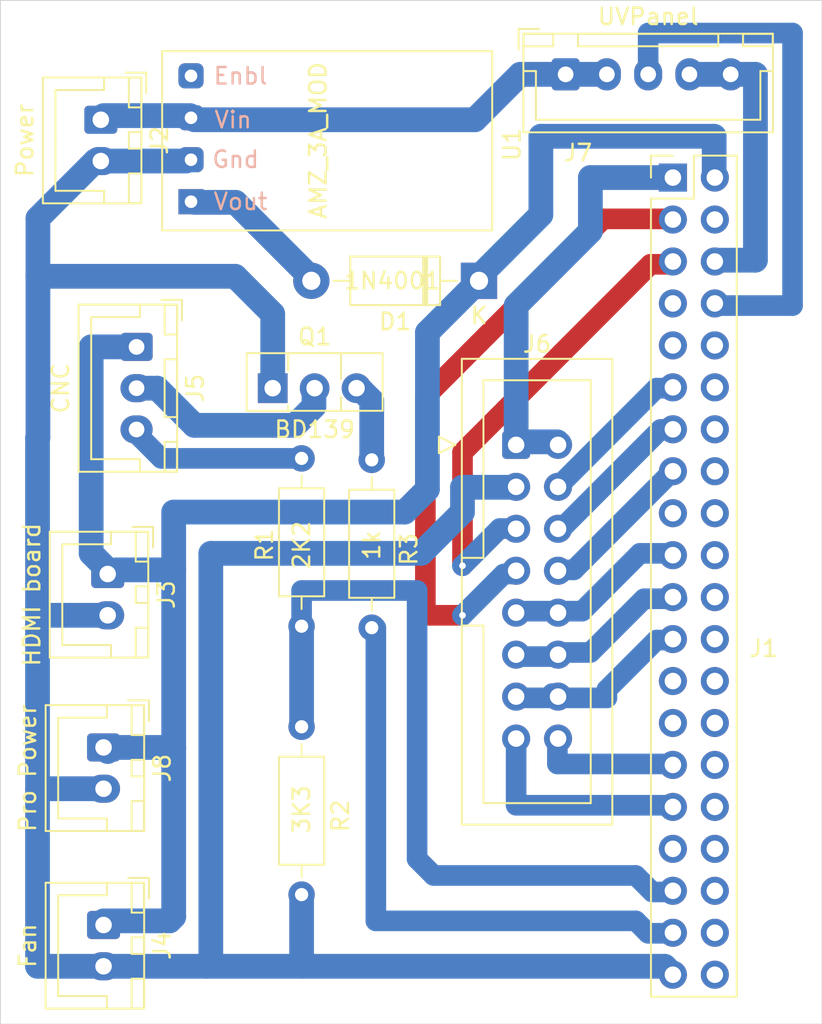
<source format=kicad_pcb>
(kicad_pcb (version 20171130) (host pcbnew "(5.1.8-0-10_14)")

  (general
    (thickness 1.6)
    (drawings 4)
    (tracks 131)
    (zones 0)
    (modules 14)
    (nets 46)
  )

  (page USLetter portrait)
  (layers
    (0 F.Cu signal)
    (31 B.Cu signal)
    (32 B.Adhes user hide)
    (33 F.Adhes user hide)
    (34 B.Paste user hide)
    (35 F.Paste user hide)
    (36 B.SilkS user hide)
    (37 F.SilkS user)
    (38 B.Mask user hide)
    (39 F.Mask user hide)
    (40 Dwgs.User user hide)
    (41 Cmts.User user hide)
    (42 Eco1.User user hide)
    (43 Eco2.User user hide)
    (44 Edge.Cuts user)
    (45 Margin user hide)
    (46 B.CrtYd user hide)
    (47 F.CrtYd user)
    (48 B.Fab user hide)
    (49 F.Fab user)
  )

  (setup
    (last_trace_width 1.25)
    (user_trace_width 0.5)
    (user_trace_width 1)
    (user_trace_width 1.5)
    (user_trace_width 2)
    (trace_clearance 0.25)
    (zone_clearance 0.508)
    (zone_45_only no)
    (trace_min 0.2)
    (via_size 0.8)
    (via_drill 0.4)
    (via_min_size 0.4)
    (via_min_drill 0.3)
    (uvia_size 0.3)
    (uvia_drill 0.1)
    (uvias_allowed no)
    (uvia_min_size 0.2)
    (uvia_min_drill 0.1)
    (edge_width 0.05)
    (segment_width 0.2)
    (pcb_text_width 0.3)
    (pcb_text_size 1.5 1.5)
    (mod_edge_width 0.12)
    (mod_text_size 1 1)
    (mod_text_width 0.15)
    (pad_size 1.7 1.7)
    (pad_drill 1)
    (pad_to_mask_clearance 0)
    (aux_axis_origin 10.16 72.136)
    (grid_origin 10.16 72.136)
    (visible_elements FFFEF97F)
    (pcbplotparams
      (layerselection 0x010f0_ffffffff)
      (usegerberextensions false)
      (usegerberattributes true)
      (usegerberadvancedattributes true)
      (creategerberjobfile false)
      (excludeedgelayer true)
      (linewidth 0.100000)
      (plotframeref false)
      (viasonmask false)
      (mode 1)
      (useauxorigin true)
      (hpglpennumber 1)
      (hpglpenspeed 20)
      (hpglpendiameter 15.000000)
      (psnegative false)
      (psa4output false)
      (plotreference true)
      (plotvalue true)
      (plotinvisibletext false)
      (padsonsilk false)
      (subtractmaskfromsilk false)
      (outputformat 1)
      (mirror false)
      (drillshape 0)
      (scaleselection 1)
      (outputdirectory "CAM/"))
  )

  (net 0 "")
  (net 1 GND)
  (net 2 +5V)
  (net 3 "Net-(J1-Pad40)")
  (net 4 "Net-(J1-Pad38)")
  (net 5 "Net-(J1-Pad36)")
  (net 6 "Net-(J1-Pad28)")
  (net 7 "Net-(J1-Pad27)")
  (net 8 "Net-(J1-Pad26)")
  (net 9 "Net-(J1-Pad24)")
  (net 10 "Net-(J1-Pad22)")
  (net 11 "Net-(J1-Pad18)")
  (net 12 "Net-(J1-Pad16)")
  (net 13 "Net-(J1-Pad12)")
  (net 14 "Net-(J1-Pad10)")
  (net 15 "Net-(J1-Pad7)")
  (net 16 "Net-(D1-Pad2)")
  (net 17 "Net-(J1-Pad33)")
  (net 18 "Net-(J1-Pad32)")
  (net 19 "Net-(Q1-Pad3)")
  (net 20 "Net-(U1-Pad4)")
  (net 21 "Net-(J1-Pad34)")
  (net 22 "Net-(J1-Pad30)")
  (net 23 "Net-(J1-Pad20)")
  (net 24 "Net-(J1-Pad14)")
  (net 25 "Net-(J1-Pad17)")
  (net 26 "Net-(J1-Pad4)")
  (net 27 SLCK)
  (net 28 MOSI)
  (net 29 MISO)
  (net 30 T_IRQ)
  (net 31 RESET)
  (net 32 DC)
  (net 33 CS)
  (net 34 +3V3)
  (net 35 T_CS)
  (net 36 "Net-(J1-Pad25)")
  (net 37 "Net-(J1-Pad9)")
  (net 38 LaserControl)
  (net 39 UVControl)
  (net 40 ZProbe3V3)
  (net 41 SCL)
  (net 42 SDA)
  (net 43 +24V)
  (net 44 ZProbeIn)
  (net 45 LaserGnd)

  (net_class Default "This is the default net class."
    (clearance 0.25)
    (trace_width 1.25)
    (via_dia 0.8)
    (via_drill 0.4)
    (uvia_dia 0.3)
    (uvia_drill 0.1)
    (add_net +24V)
    (add_net +3V3)
    (add_net +5V)
    (add_net CS)
    (add_net DC)
    (add_net GND)
    (add_net LaserControl)
    (add_net LaserGnd)
    (add_net MISO)
    (add_net MOSI)
    (add_net "Net-(D1-Pad2)")
    (add_net "Net-(J1-Pad10)")
    (add_net "Net-(J1-Pad12)")
    (add_net "Net-(J1-Pad14)")
    (add_net "Net-(J1-Pad16)")
    (add_net "Net-(J1-Pad17)")
    (add_net "Net-(J1-Pad18)")
    (add_net "Net-(J1-Pad20)")
    (add_net "Net-(J1-Pad22)")
    (add_net "Net-(J1-Pad24)")
    (add_net "Net-(J1-Pad25)")
    (add_net "Net-(J1-Pad26)")
    (add_net "Net-(J1-Pad27)")
    (add_net "Net-(J1-Pad28)")
    (add_net "Net-(J1-Pad30)")
    (add_net "Net-(J1-Pad32)")
    (add_net "Net-(J1-Pad33)")
    (add_net "Net-(J1-Pad34)")
    (add_net "Net-(J1-Pad36)")
    (add_net "Net-(J1-Pad38)")
    (add_net "Net-(J1-Pad4)")
    (add_net "Net-(J1-Pad40)")
    (add_net "Net-(J1-Pad7)")
    (add_net "Net-(J1-Pad9)")
    (add_net "Net-(Q1-Pad3)")
    (add_net "Net-(U1-Pad4)")
    (add_net RESET)
    (add_net SCL)
    (add_net SDA)
    (add_net SLCK)
    (add_net T_CS)
    (add_net T_IRQ)
    (add_net UVControl)
    (add_net ZProbe3V3)
    (add_net ZProbeIn)
  )

  (net_class Power12 ""
    (clearance 0.25)
    (trace_width 2)
    (via_dia 0.8)
    (via_drill 0.4)
    (uvia_dia 0.3)
    (uvia_drill 0.1)
  )

  (net_class Power5 ""
    (clearance 0.25)
    (trace_width 1.25)
    (via_dia 0.8)
    (via_drill 0.4)
    (uvia_dia 0.3)
    (uvia_drill 0.1)
  )

  (module Resistor_THT:R_Axial_DIN0207_L6.3mm_D2.5mm_P10.16mm_Horizontal (layer F.Cu) (tedit 5AE5139B) (tstamp 60A31E96)
    (at 28.41 54.136 270)
    (descr "Resistor, Axial_DIN0207 series, Axial, Horizontal, pin pitch=10.16mm, 0.25W = 1/4W, length*diameter=6.3*2.5mm^2, http://cdn-reichelt.de/documents/datenblatt/B400/1_4W%23YAG.pdf")
    (tags "Resistor Axial_DIN0207 series Axial Horizontal pin pitch 10.16mm 0.25W = 1/4W length 6.3mm diameter 2.5mm")
    (path /60A42846)
    (fp_text reference R2 (at 5.4 -2.35 90) (layer F.SilkS)
      (effects (font (size 1 1) (thickness 0.15)))
    )
    (fp_text value 3K3 (at 5 0 90) (layer F.SilkS)
      (effects (font (size 1 1) (thickness 0.15)))
    )
    (fp_line (start 1.93 -1.25) (end 1.93 1.25) (layer F.Fab) (width 0.1))
    (fp_line (start 1.93 1.25) (end 8.23 1.25) (layer F.Fab) (width 0.1))
    (fp_line (start 8.23 1.25) (end 8.23 -1.25) (layer F.Fab) (width 0.1))
    (fp_line (start 8.23 -1.25) (end 1.93 -1.25) (layer F.Fab) (width 0.1))
    (fp_line (start 0 0) (end 1.93 0) (layer F.Fab) (width 0.1))
    (fp_line (start 10.16 0) (end 8.23 0) (layer F.Fab) (width 0.1))
    (fp_line (start 1.81 -1.37) (end 1.81 1.37) (layer F.SilkS) (width 0.12))
    (fp_line (start 1.81 1.37) (end 8.35 1.37) (layer F.SilkS) (width 0.12))
    (fp_line (start 8.35 1.37) (end 8.35 -1.37) (layer F.SilkS) (width 0.12))
    (fp_line (start 8.35 -1.37) (end 1.81 -1.37) (layer F.SilkS) (width 0.12))
    (fp_line (start 1.04 0) (end 1.81 0) (layer F.SilkS) (width 0.12))
    (fp_line (start 9.12 0) (end 8.35 0) (layer F.SilkS) (width 0.12))
    (fp_line (start -1.05 -1.5) (end -1.05 1.5) (layer F.CrtYd) (width 0.05))
    (fp_line (start -1.05 1.5) (end 11.21 1.5) (layer F.CrtYd) (width 0.05))
    (fp_line (start 11.21 1.5) (end 11.21 -1.5) (layer F.CrtYd) (width 0.05))
    (fp_line (start 11.21 -1.5) (end -1.05 -1.5) (layer F.CrtYd) (width 0.05))
    (fp_text user %R (at 5.25 2.25 90) (layer F.Fab)
      (effects (font (size 1 1) (thickness 0.15)))
    )
    (pad 2 thru_hole oval (at 10.16 0 270) (size 1.6 1.6) (drill 0.8) (layers *.Cu *.Mask)
      (net 1 GND))
    (pad 1 thru_hole circle (at 0 0 270) (size 1.6 1.6) (drill 0.8) (layers *.Cu *.Mask)
      (net 40 ZProbe3V3))
    (model ${KISYS3DMOD}/Resistor_THT.3dshapes/R_Axial_DIN0207_L6.3mm_D2.5mm_P10.16mm_Horizontal.wrl
      (at (xyz 0 0 0))
      (scale (xyz 1 1 1))
      (rotate (xyz 0 0 0))
    )
  )

  (module Resistor_THT:R_Axial_DIN0207_L6.3mm_D2.5mm_P10.16mm_Horizontal (layer F.Cu) (tedit 5AE5139B) (tstamp 60A31ED8)
    (at 28.41 37.886 270)
    (descr "Resistor, Axial_DIN0207 series, Axial, Horizontal, pin pitch=10.16mm, 0.25W = 1/4W, length*diameter=6.3*2.5mm^2, http://cdn-reichelt.de/documents/datenblatt/B400/1_4W%23YAG.pdf")
    (tags "Resistor Axial_DIN0207 series Axial Horizontal pin pitch 10.16mm 0.25W = 1/4W length 6.3mm diameter 2.5mm")
    (path /60A41BEC)
    (fp_text reference R1 (at 5.25 2.25 90) (layer F.SilkS)
      (effects (font (size 1 1) (thickness 0.15)))
    )
    (fp_text value 2K2 (at 5.25 0 90) (layer F.SilkS)
      (effects (font (size 1 1) (thickness 0.15)))
    )
    (fp_line (start 1.93 -1.25) (end 1.93 1.25) (layer F.Fab) (width 0.1))
    (fp_line (start 1.93 1.25) (end 8.23 1.25) (layer F.Fab) (width 0.1))
    (fp_line (start 8.23 1.25) (end 8.23 -1.25) (layer F.Fab) (width 0.1))
    (fp_line (start 8.23 -1.25) (end 1.93 -1.25) (layer F.Fab) (width 0.1))
    (fp_line (start 0 0) (end 1.93 0) (layer F.Fab) (width 0.1))
    (fp_line (start 10.16 0) (end 8.23 0) (layer F.Fab) (width 0.1))
    (fp_line (start 1.81 -1.37) (end 1.81 1.37) (layer F.SilkS) (width 0.12))
    (fp_line (start 1.81 1.37) (end 8.35 1.37) (layer F.SilkS) (width 0.12))
    (fp_line (start 8.35 1.37) (end 8.35 -1.37) (layer F.SilkS) (width 0.12))
    (fp_line (start 8.35 -1.37) (end 1.81 -1.37) (layer F.SilkS) (width 0.12))
    (fp_line (start 1.04 0) (end 1.81 0) (layer F.SilkS) (width 0.12))
    (fp_line (start 9.12 0) (end 8.35 0) (layer F.SilkS) (width 0.12))
    (fp_line (start -1.05 -1.5) (end -1.05 1.5) (layer F.CrtYd) (width 0.05))
    (fp_line (start -1.05 1.5) (end 11.21 1.5) (layer F.CrtYd) (width 0.05))
    (fp_line (start 11.21 1.5) (end 11.21 -1.5) (layer F.CrtYd) (width 0.05))
    (fp_line (start 11.21 -1.5) (end -1.05 -1.5) (layer F.CrtYd) (width 0.05))
    (fp_text user %R (at 5.25 2.25 90) (layer F.Fab)
      (effects (font (size 1 1) (thickness 0.15)))
    )
    (pad 2 thru_hole oval (at 10.16 0 270) (size 1.6 1.6) (drill 0.8) (layers *.Cu *.Mask)
      (net 40 ZProbe3V3))
    (pad 1 thru_hole circle (at 0 0 270) (size 1.6 1.6) (drill 0.8) (layers *.Cu *.Mask)
      (net 44 ZProbeIn))
    (model ${KISYS3DMOD}/Resistor_THT.3dshapes/R_Axial_DIN0207_L6.3mm_D2.5mm_P10.16mm_Horizontal.wrl
      (at (xyz 0 0 0))
      (scale (xyz 1 1 1))
      (rotate (xyz 0 0 0))
    )
  )

  (module Connector_JST:JST_XH_B2B-XH-A_1x02_P2.50mm_Vertical (layer F.Cu) (tedit 5C28146C) (tstamp 60A31F2C)
    (at 16.41 55.386 270)
    (descr "JST XH series connector, B2B-XH-A (http://www.jst-mfg.com/product/pdf/eng/eXH.pdf), generated with kicad-footprint-generator")
    (tags "connector JST XH vertical")
    (path /60A3E2DB)
    (fp_text reference J8 (at 1.25 -3.55 90) (layer F.SilkS)
      (effects (font (size 1 1) (thickness 0.15)))
    )
    (fp_text value "Pro Power" (at 1.25 4.6 90) (layer F.SilkS)
      (effects (font (size 1 1) (thickness 0.15)))
    )
    (fp_line (start -2.45 -2.35) (end -2.45 3.4) (layer F.Fab) (width 0.1))
    (fp_line (start -2.45 3.4) (end 4.95 3.4) (layer F.Fab) (width 0.1))
    (fp_line (start 4.95 3.4) (end 4.95 -2.35) (layer F.Fab) (width 0.1))
    (fp_line (start 4.95 -2.35) (end -2.45 -2.35) (layer F.Fab) (width 0.1))
    (fp_line (start -2.56 -2.46) (end -2.56 3.51) (layer F.SilkS) (width 0.12))
    (fp_line (start -2.56 3.51) (end 5.06 3.51) (layer F.SilkS) (width 0.12))
    (fp_line (start 5.06 3.51) (end 5.06 -2.46) (layer F.SilkS) (width 0.12))
    (fp_line (start 5.06 -2.46) (end -2.56 -2.46) (layer F.SilkS) (width 0.12))
    (fp_line (start -2.95 -2.85) (end -2.95 3.9) (layer F.CrtYd) (width 0.05))
    (fp_line (start -2.95 3.9) (end 5.45 3.9) (layer F.CrtYd) (width 0.05))
    (fp_line (start 5.45 3.9) (end 5.45 -2.85) (layer F.CrtYd) (width 0.05))
    (fp_line (start 5.45 -2.85) (end -2.95 -2.85) (layer F.CrtYd) (width 0.05))
    (fp_line (start -0.625 -2.35) (end 0 -1.35) (layer F.Fab) (width 0.1))
    (fp_line (start 0 -1.35) (end 0.625 -2.35) (layer F.Fab) (width 0.1))
    (fp_line (start 0.75 -2.45) (end 0.75 -1.7) (layer F.SilkS) (width 0.12))
    (fp_line (start 0.75 -1.7) (end 1.75 -1.7) (layer F.SilkS) (width 0.12))
    (fp_line (start 1.75 -1.7) (end 1.75 -2.45) (layer F.SilkS) (width 0.12))
    (fp_line (start 1.75 -2.45) (end 0.75 -2.45) (layer F.SilkS) (width 0.12))
    (fp_line (start -2.55 -2.45) (end -2.55 -1.7) (layer F.SilkS) (width 0.12))
    (fp_line (start -2.55 -1.7) (end -0.75 -1.7) (layer F.SilkS) (width 0.12))
    (fp_line (start -0.75 -1.7) (end -0.75 -2.45) (layer F.SilkS) (width 0.12))
    (fp_line (start -0.75 -2.45) (end -2.55 -2.45) (layer F.SilkS) (width 0.12))
    (fp_line (start 3.25 -2.45) (end 3.25 -1.7) (layer F.SilkS) (width 0.12))
    (fp_line (start 3.25 -1.7) (end 5.05 -1.7) (layer F.SilkS) (width 0.12))
    (fp_line (start 5.05 -1.7) (end 5.05 -2.45) (layer F.SilkS) (width 0.12))
    (fp_line (start 5.05 -2.45) (end 3.25 -2.45) (layer F.SilkS) (width 0.12))
    (fp_line (start -2.55 -0.2) (end -1.8 -0.2) (layer F.SilkS) (width 0.12))
    (fp_line (start -1.8 -0.2) (end -1.8 2.75) (layer F.SilkS) (width 0.12))
    (fp_line (start -1.8 2.75) (end 1.25 2.75) (layer F.SilkS) (width 0.12))
    (fp_line (start 5.05 -0.2) (end 4.3 -0.2) (layer F.SilkS) (width 0.12))
    (fp_line (start 4.3 -0.2) (end 4.3 2.75) (layer F.SilkS) (width 0.12))
    (fp_line (start 4.3 2.75) (end 1.25 2.75) (layer F.SilkS) (width 0.12))
    (fp_line (start -1.6 -2.75) (end -2.85 -2.75) (layer F.SilkS) (width 0.12))
    (fp_line (start -2.85 -2.75) (end -2.85 -1.5) (layer F.SilkS) (width 0.12))
    (fp_text user %R (at 1.25 2.7 90) (layer F.Fab)
      (effects (font (size 1 1) (thickness 0.15)))
    )
    (pad 2 thru_hole oval (at 2.5 0 270) (size 1.7 2) (drill 1) (layers *.Cu *.Mask)
      (net 1 GND))
    (pad 1 thru_hole roundrect (at 0 0 270) (size 1.7 2) (drill 1) (layers *.Cu *.Mask) (roundrect_rratio 0.1470588235294118)
      (net 2 +5V))
    (model ${KISYS3DMOD}/Connector_JST.3dshapes/JST_XH_B2B-XH-A_1x02_P2.50mm_Vertical.wrl
      (at (xyz 0 0 0))
      (scale (xyz 1 1 1))
      (rotate (xyz 0 0 0))
    )
  )

  (module Connector_JST:JST_XH_B5B-XH-A_1x05_P2.50mm_Vertical (layer F.Cu) (tedit 5C28146C) (tstamp 60A31FA7)
    (at 44.41 14.636)
    (descr "JST XH series connector, B5B-XH-A (http://www.jst-mfg.com/product/pdf/eng/eXH.pdf), generated with kicad-footprint-generator")
    (tags "connector JST XH vertical")
    (path /60A321D8)
    (fp_text reference J7 (at 0.75 4.75) (layer F.SilkS)
      (effects (font (size 1 1) (thickness 0.15)))
    )
    (fp_text value UVPanel (at 5 -3.5) (layer F.SilkS)
      (effects (font (size 1 1) (thickness 0.15)))
    )
    (fp_line (start -2.45 -2.35) (end -2.45 3.4) (layer F.Fab) (width 0.1))
    (fp_line (start -2.45 3.4) (end 12.45 3.4) (layer F.Fab) (width 0.1))
    (fp_line (start 12.45 3.4) (end 12.45 -2.35) (layer F.Fab) (width 0.1))
    (fp_line (start 12.45 -2.35) (end -2.45 -2.35) (layer F.Fab) (width 0.1))
    (fp_line (start -2.56 -2.46) (end -2.56 3.51) (layer F.SilkS) (width 0.12))
    (fp_line (start -2.56 3.51) (end 12.56 3.51) (layer F.SilkS) (width 0.12))
    (fp_line (start 12.56 3.51) (end 12.56 -2.46) (layer F.SilkS) (width 0.12))
    (fp_line (start 12.56 -2.46) (end -2.56 -2.46) (layer F.SilkS) (width 0.12))
    (fp_line (start -2.95 -2.85) (end -2.95 3.9) (layer F.CrtYd) (width 0.05))
    (fp_line (start -2.95 3.9) (end 12.95 3.9) (layer F.CrtYd) (width 0.05))
    (fp_line (start 12.95 3.9) (end 12.95 -2.85) (layer F.CrtYd) (width 0.05))
    (fp_line (start 12.95 -2.85) (end -2.95 -2.85) (layer F.CrtYd) (width 0.05))
    (fp_line (start -0.625 -2.35) (end 0 -1.35) (layer F.Fab) (width 0.1))
    (fp_line (start 0 -1.35) (end 0.625 -2.35) (layer F.Fab) (width 0.1))
    (fp_line (start 0.75 -2.45) (end 0.75 -1.7) (layer F.SilkS) (width 0.12))
    (fp_line (start 0.75 -1.7) (end 9.25 -1.7) (layer F.SilkS) (width 0.12))
    (fp_line (start 9.25 -1.7) (end 9.25 -2.45) (layer F.SilkS) (width 0.12))
    (fp_line (start 9.25 -2.45) (end 0.75 -2.45) (layer F.SilkS) (width 0.12))
    (fp_line (start -2.55 -2.45) (end -2.55 -1.7) (layer F.SilkS) (width 0.12))
    (fp_line (start -2.55 -1.7) (end -0.75 -1.7) (layer F.SilkS) (width 0.12))
    (fp_line (start -0.75 -1.7) (end -0.75 -2.45) (layer F.SilkS) (width 0.12))
    (fp_line (start -0.75 -2.45) (end -2.55 -2.45) (layer F.SilkS) (width 0.12))
    (fp_line (start 10.75 -2.45) (end 10.75 -1.7) (layer F.SilkS) (width 0.12))
    (fp_line (start 10.75 -1.7) (end 12.55 -1.7) (layer F.SilkS) (width 0.12))
    (fp_line (start 12.55 -1.7) (end 12.55 -2.45) (layer F.SilkS) (width 0.12))
    (fp_line (start 12.55 -2.45) (end 10.75 -2.45) (layer F.SilkS) (width 0.12))
    (fp_line (start -2.55 -0.2) (end -1.8 -0.2) (layer F.SilkS) (width 0.12))
    (fp_line (start -1.8 -0.2) (end -1.8 2.75) (layer F.SilkS) (width 0.12))
    (fp_line (start -1.8 2.75) (end 5 2.75) (layer F.SilkS) (width 0.12))
    (fp_line (start 12.55 -0.2) (end 11.8 -0.2) (layer F.SilkS) (width 0.12))
    (fp_line (start 11.8 -0.2) (end 11.8 2.75) (layer F.SilkS) (width 0.12))
    (fp_line (start 11.8 2.75) (end 5 2.75) (layer F.SilkS) (width 0.12))
    (fp_line (start -1.6 -2.75) (end -2.85 -2.75) (layer F.SilkS) (width 0.12))
    (fp_line (start -2.85 -2.75) (end -2.85 -1.5) (layer F.SilkS) (width 0.12))
    (fp_text user %R (at 5 2.7) (layer F.Fab)
      (effects (font (size 1 1) (thickness 0.15)))
    )
    (pad 5 thru_hole oval (at 10 0) (size 1.7 1.95) (drill 0.95) (layers *.Cu *.Mask)
      (net 1 GND))
    (pad 4 thru_hole oval (at 7.5 0) (size 1.7 1.95) (drill 0.95) (layers *.Cu *.Mask)
      (net 1 GND))
    (pad 3 thru_hole oval (at 5 0) (size 1.7 1.95) (drill 0.95) (layers *.Cu *.Mask)
      (net 39 UVControl))
    (pad 2 thru_hole oval (at 2.5 0) (size 1.7 1.95) (drill 0.95) (layers *.Cu *.Mask)
      (net 43 +24V))
    (pad 1 thru_hole roundrect (at 0 0) (size 1.7 1.95) (drill 0.95) (layers *.Cu *.Mask) (roundrect_rratio 0.1470588235294118)
      (net 43 +24V))
    (model ${KISYS3DMOD}/Connector_JST.3dshapes/JST_XH_B5B-XH-A_1x05_P2.50mm_Vertical.wrl
      (at (xyz 0 0 0))
      (scale (xyz 1 1 1))
      (rotate (xyz 0 0 0))
    )
  )

  (module Connector_JST:JST_XH_B3B-XH-A_1x03_P2.50mm_Vertical (layer F.Cu) (tedit 5C28146C) (tstamp 60A32026)
    (at 18.41 31.136 270)
    (descr "JST XH series connector, B3B-XH-A (http://www.jst-mfg.com/product/pdf/eng/eXH.pdf), generated with kicad-footprint-generator")
    (tags "connector JST XH vertical")
    (path /60A35B49)
    (fp_text reference J5 (at 2.5 -3.55 90) (layer F.SilkS)
      (effects (font (size 1 1) (thickness 0.15)))
    )
    (fp_text value CNC (at 2.5 4.6 90) (layer F.SilkS)
      (effects (font (size 1 1) (thickness 0.15)))
    )
    (fp_line (start -2.45 -2.35) (end -2.45 3.4) (layer F.Fab) (width 0.1))
    (fp_line (start -2.45 3.4) (end 7.45 3.4) (layer F.Fab) (width 0.1))
    (fp_line (start 7.45 3.4) (end 7.45 -2.35) (layer F.Fab) (width 0.1))
    (fp_line (start 7.45 -2.35) (end -2.45 -2.35) (layer F.Fab) (width 0.1))
    (fp_line (start -2.56 -2.46) (end -2.56 3.51) (layer F.SilkS) (width 0.12))
    (fp_line (start -2.56 3.51) (end 7.56 3.51) (layer F.SilkS) (width 0.12))
    (fp_line (start 7.56 3.51) (end 7.56 -2.46) (layer F.SilkS) (width 0.12))
    (fp_line (start 7.56 -2.46) (end -2.56 -2.46) (layer F.SilkS) (width 0.12))
    (fp_line (start -2.95 -2.85) (end -2.95 3.9) (layer F.CrtYd) (width 0.05))
    (fp_line (start -2.95 3.9) (end 7.95 3.9) (layer F.CrtYd) (width 0.05))
    (fp_line (start 7.95 3.9) (end 7.95 -2.85) (layer F.CrtYd) (width 0.05))
    (fp_line (start 7.95 -2.85) (end -2.95 -2.85) (layer F.CrtYd) (width 0.05))
    (fp_line (start -0.625 -2.35) (end 0 -1.35) (layer F.Fab) (width 0.1))
    (fp_line (start 0 -1.35) (end 0.625 -2.35) (layer F.Fab) (width 0.1))
    (fp_line (start 0.75 -2.45) (end 0.75 -1.7) (layer F.SilkS) (width 0.12))
    (fp_line (start 0.75 -1.7) (end 4.25 -1.7) (layer F.SilkS) (width 0.12))
    (fp_line (start 4.25 -1.7) (end 4.25 -2.45) (layer F.SilkS) (width 0.12))
    (fp_line (start 4.25 -2.45) (end 0.75 -2.45) (layer F.SilkS) (width 0.12))
    (fp_line (start -2.55 -2.45) (end -2.55 -1.7) (layer F.SilkS) (width 0.12))
    (fp_line (start -2.55 -1.7) (end -0.75 -1.7) (layer F.SilkS) (width 0.12))
    (fp_line (start -0.75 -1.7) (end -0.75 -2.45) (layer F.SilkS) (width 0.12))
    (fp_line (start -0.75 -2.45) (end -2.55 -2.45) (layer F.SilkS) (width 0.12))
    (fp_line (start 5.75 -2.45) (end 5.75 -1.7) (layer F.SilkS) (width 0.12))
    (fp_line (start 5.75 -1.7) (end 7.55 -1.7) (layer F.SilkS) (width 0.12))
    (fp_line (start 7.55 -1.7) (end 7.55 -2.45) (layer F.SilkS) (width 0.12))
    (fp_line (start 7.55 -2.45) (end 5.75 -2.45) (layer F.SilkS) (width 0.12))
    (fp_line (start -2.55 -0.2) (end -1.8 -0.2) (layer F.SilkS) (width 0.12))
    (fp_line (start -1.8 -0.2) (end -1.8 2.75) (layer F.SilkS) (width 0.12))
    (fp_line (start -1.8 2.75) (end 2.5 2.75) (layer F.SilkS) (width 0.12))
    (fp_line (start 7.55 -0.2) (end 6.8 -0.2) (layer F.SilkS) (width 0.12))
    (fp_line (start 6.8 -0.2) (end 6.8 2.75) (layer F.SilkS) (width 0.12))
    (fp_line (start 6.8 2.75) (end 2.5 2.75) (layer F.SilkS) (width 0.12))
    (fp_line (start -1.6 -2.75) (end -2.85 -2.75) (layer F.SilkS) (width 0.12))
    (fp_line (start -2.85 -2.75) (end -2.85 -1.5) (layer F.SilkS) (width 0.12))
    (fp_text user %R (at 2.5 2.7 90) (layer F.Fab)
      (effects (font (size 1 1) (thickness 0.15)))
    )
    (pad 3 thru_hole oval (at 5 0 270) (size 1.7 1.95) (drill 0.95) (layers *.Cu *.Mask)
      (net 44 ZProbeIn))
    (pad 2 thru_hole oval (at 2.5 0 270) (size 1.7 1.95) (drill 0.95) (layers *.Cu *.Mask)
      (net 45 LaserGnd))
    (pad 1 thru_hole roundrect (at 0 0 270) (size 1.7 1.95) (drill 0.95) (layers *.Cu *.Mask) (roundrect_rratio 0.1470588235294118)
      (net 2 +5V))
    (model ${KISYS3DMOD}/Connector_JST.3dshapes/JST_XH_B3B-XH-A_1x03_P2.50mm_Vertical.wrl
      (at (xyz 0 0 0))
      (scale (xyz 1 1 1))
      (rotate (xyz 0 0 0))
    )
  )

  (module Connector_IDC:IDC-Header_2x08_P2.54mm_Vertical (layer F.Cu) (tedit 5EAC9A07) (tstamp 60A31AD6)
    (at 41.41 37.068)
    (descr "Through hole IDC box header, 2x08, 2.54mm pitch, DIN 41651 / IEC 60603-13, double rows, https://docs.google.com/spreadsheets/d/16SsEcesNF15N3Lb4niX7dcUr-NY5_MFPQhobNuNppn4/edit#gid=0")
    (tags "Through hole vertical IDC box header THT 2x08 2.54mm double row")
    (path /605FBE9D)
    (fp_text reference J6 (at 1.27 -6.1) (layer F.SilkS)
      (effects (font (size 1 1) (thickness 0.15)))
    )
    (fp_text value IDC16 (at 1.27 23.88) (layer F.Fab)
      (effects (font (size 1 1) (thickness 0.15)))
    )
    (fp_line (start -3.18 -4.1) (end -2.18 -5.1) (layer F.Fab) (width 0.1))
    (fp_line (start -2.18 -5.1) (end 5.72 -5.1) (layer F.Fab) (width 0.1))
    (fp_line (start 5.72 -5.1) (end 5.72 22.88) (layer F.Fab) (width 0.1))
    (fp_line (start 5.72 22.88) (end -3.18 22.88) (layer F.Fab) (width 0.1))
    (fp_line (start -3.18 22.88) (end -3.18 -4.1) (layer F.Fab) (width 0.1))
    (fp_line (start -3.18 6.84) (end -1.98 6.84) (layer F.Fab) (width 0.1))
    (fp_line (start -1.98 6.84) (end -1.98 -3.91) (layer F.Fab) (width 0.1))
    (fp_line (start -1.98 -3.91) (end 4.52 -3.91) (layer F.Fab) (width 0.1))
    (fp_line (start 4.52 -3.91) (end 4.52 21.69) (layer F.Fab) (width 0.1))
    (fp_line (start 4.52 21.69) (end -1.98 21.69) (layer F.Fab) (width 0.1))
    (fp_line (start -1.98 21.69) (end -1.98 10.94) (layer F.Fab) (width 0.1))
    (fp_line (start -1.98 10.94) (end -1.98 10.94) (layer F.Fab) (width 0.1))
    (fp_line (start -1.98 10.94) (end -3.18 10.94) (layer F.Fab) (width 0.1))
    (fp_line (start -3.29 -5.21) (end 5.83 -5.21) (layer F.SilkS) (width 0.12))
    (fp_line (start 5.83 -5.21) (end 5.83 22.99) (layer F.SilkS) (width 0.12))
    (fp_line (start 5.83 22.99) (end -3.29 22.99) (layer F.SilkS) (width 0.12))
    (fp_line (start -3.29 22.99) (end -3.29 -5.21) (layer F.SilkS) (width 0.12))
    (fp_line (start -3.29 6.84) (end -1.98 6.84) (layer F.SilkS) (width 0.12))
    (fp_line (start -1.98 6.84) (end -1.98 -3.91) (layer F.SilkS) (width 0.12))
    (fp_line (start -1.98 -3.91) (end 4.52 -3.91) (layer F.SilkS) (width 0.12))
    (fp_line (start 4.52 -3.91) (end 4.52 21.69) (layer F.SilkS) (width 0.12))
    (fp_line (start 4.52 21.69) (end -1.98 21.69) (layer F.SilkS) (width 0.12))
    (fp_line (start -1.98 21.69) (end -1.98 10.94) (layer F.SilkS) (width 0.12))
    (fp_line (start -1.98 10.94) (end -1.98 10.94) (layer F.SilkS) (width 0.12))
    (fp_line (start -1.98 10.94) (end -3.29 10.94) (layer F.SilkS) (width 0.12))
    (fp_line (start -3.68 0) (end -4.68 -0.5) (layer F.SilkS) (width 0.12))
    (fp_line (start -4.68 -0.5) (end -4.68 0.5) (layer F.SilkS) (width 0.12))
    (fp_line (start -4.68 0.5) (end -3.68 0) (layer F.SilkS) (width 0.12))
    (fp_line (start -3.68 -5.6) (end -3.68 23.38) (layer F.CrtYd) (width 0.05))
    (fp_line (start -3.68 23.38) (end 6.22 23.38) (layer F.CrtYd) (width 0.05))
    (fp_line (start 6.22 23.38) (end 6.22 -5.6) (layer F.CrtYd) (width 0.05))
    (fp_line (start 6.22 -5.6) (end -3.68 -5.6) (layer F.CrtYd) (width 0.05))
    (fp_text user %R (at 1.27 8.89 90) (layer F.Fab)
      (effects (font (size 1 1) (thickness 0.15)))
    )
    (pad 16 thru_hole circle (at 2.54 17.78) (size 1.7 1.7) (drill 1) (layers *.Cu *.Mask)
      (net 30 T_IRQ))
    (pad 14 thru_hole circle (at 2.54 15.24) (size 1.7 1.7) (drill 1) (layers *.Cu *.Mask)
      (net 27 SLCK))
    (pad 12 thru_hole circle (at 2.54 12.7) (size 1.7 1.7) (drill 1) (layers *.Cu *.Mask)
      (net 29 MISO))
    (pad 10 thru_hole circle (at 2.54 10.16) (size 1.7 1.7) (drill 1) (layers *.Cu *.Mask)
      (net 28 MOSI))
    (pad 8 thru_hole circle (at 2.54 7.62) (size 1.7 1.7) (drill 1) (layers *.Cu *.Mask)
      (net 31 RESET))
    (pad 6 thru_hole circle (at 2.54 5.08) (size 1.7 1.7) (drill 1) (layers *.Cu *.Mask)
      (net 32 DC))
    (pad 4 thru_hole circle (at 2.54 2.54) (size 1.7 1.7) (drill 1) (layers *.Cu *.Mask)
      (net 33 CS))
    (pad 2 thru_hole circle (at 2.54 0) (size 1.7 1.7) (drill 1) (layers *.Cu *.Mask)
      (net 34 +3V3))
    (pad 15 thru_hole circle (at 0 17.78) (size 1.7 1.7) (drill 1) (layers *.Cu *.Mask)
      (net 35 T_CS))
    (pad 13 thru_hole circle (at 0 15.24) (size 1.7 1.7) (drill 1) (layers *.Cu *.Mask)
      (net 27 SLCK))
    (pad 11 thru_hole circle (at 0 12.7) (size 1.7 1.7) (drill 1) (layers *.Cu *.Mask)
      (net 29 MISO))
    (pad 9 thru_hole circle (at 0 10.16) (size 1.7 1.7) (drill 1) (layers *.Cu *.Mask)
      (net 28 MOSI))
    (pad 7 thru_hole circle (at 0 7.62) (size 1.7 1.7) (drill 1) (layers *.Cu *.Mask)
      (net 42 SDA))
    (pad 5 thru_hole circle (at 0 5.08) (size 1.7 1.7) (drill 1) (layers *.Cu *.Mask)
      (net 41 SCL))
    (pad 3 thru_hole circle (at 0 2.54) (size 1.7 1.7) (drill 1) (layers *.Cu *.Mask)
      (net 1 GND))
    (pad 1 thru_hole roundrect (at 0 0) (size 1.7 1.7) (drill 1) (layers *.Cu *.Mask) (roundrect_rratio 0.1470588235294118)
      (net 34 +3V3))
    (model ${KISYS3DMOD}/Connector_IDC.3dshapes/IDC-Header_2x08_P2.54mm_Vertical.wrl
      (at (xyz 0 0 0))
      (scale (xyz 1 1 1))
      (rotate (xyz 0 0 0))
    )
  )

  (module pcb_etcher:PinSocket_2x20_P2.54mm_BacksideMount (layer F.Cu) (tedit 605671C0) (tstamp 60A31BD6)
    (at 50.91 20.886)
    (descr "Through hole straight pin header, 2x20, 2.54mm pitch, double rows")
    (tags "Through hole pin header THT 2x20 2.54mm double row")
    (path /603A8104)
    (fp_text reference J1 (at 5.5 28.5) (layer F.SilkS)
      (effects (font (size 1 1) (thickness 0.15)))
    )
    (fp_text value Raspberry_Pi_2_3 (at 5.75 43.5 90) (layer F.Fab)
      (effects (font (size 1 1) (thickness 0.15)))
    )
    (fp_line (start 0 -1.27) (end 3.81 -1.27) (layer F.Fab) (width 0.1))
    (fp_line (start 3.81 -1.27) (end 3.81 49.53) (layer F.Fab) (width 0.1))
    (fp_line (start 3.81 49.53) (end -1.27 49.53) (layer F.Fab) (width 0.1))
    (fp_line (start -1.27 49.53) (end -1.27 0) (layer F.Fab) (width 0.1))
    (fp_line (start -1.27 0) (end 0 -1.27) (layer F.Fab) (width 0.1))
    (fp_line (start -1.33 49.59) (end 3.87 49.59) (layer F.SilkS) (width 0.12))
    (fp_line (start -1.33 1.27) (end -1.33 49.59) (layer F.SilkS) (width 0.12))
    (fp_line (start 3.87 -1.33) (end 3.87 49.59) (layer F.SilkS) (width 0.12))
    (fp_line (start -1.33 1.27) (end 1.27 1.27) (layer F.SilkS) (width 0.12))
    (fp_line (start 1.27 1.27) (end 1.27 -1.33) (layer F.SilkS) (width 0.12))
    (fp_line (start 1.27 -1.33) (end 3.87 -1.33) (layer F.SilkS) (width 0.12))
    (fp_line (start -1.33 0) (end -1.33 -1.33) (layer F.SilkS) (width 0.12))
    (fp_line (start -1.33 -1.33) (end 0 -1.33) (layer F.SilkS) (width 0.12))
    (fp_line (start -1.8 -1.8) (end -1.8 50.05) (layer F.CrtYd) (width 0.05))
    (fp_line (start -1.8 50.05) (end 4.35 50.05) (layer F.CrtYd) (width 0.05))
    (fp_line (start 4.35 50.05) (end 4.35 -1.8) (layer F.CrtYd) (width 0.05))
    (fp_line (start 4.35 -1.8) (end -1.8 -1.8) (layer F.CrtYd) (width 0.05))
    (fp_text user J1 (at 1.27 24.13 90) (layer F.Fab) hide
      (effects (font (size 1 1) (thickness 0.15)))
    )
    (fp_text user %R (at 1.27 24.13 90) (layer F.Fab) hide
      (effects (font (size 1 1) (thickness 0.15)))
    )
    (pad 40 thru_hole oval (at 2.54 48.26) (size 1.7 1.7) (drill 1) (layers *.Cu *.Mask)
      (net 3 "Net-(J1-Pad40)"))
    (pad 39 thru_hole oval (at 0 48.26) (size 1.7 1.7) (drill 1) (layers *.Cu *.Mask)
      (net 1 GND))
    (pad 38 thru_hole oval (at 2.54 45.72) (size 1.7 1.7) (drill 1) (layers *.Cu *.Mask)
      (net 4 "Net-(J1-Pad38)"))
    (pad 37 thru_hole oval (at 0 45.72) (size 1.7 1.7) (drill 1) (layers *.Cu *.Mask)
      (net 38 LaserControl))
    (pad 36 thru_hole oval (at 2.54 43.18) (size 1.7 1.7) (drill 1) (layers *.Cu *.Mask)
      (net 5 "Net-(J1-Pad36)"))
    (pad 35 thru_hole oval (at 0 43.18) (size 1.7 1.7) (drill 1) (layers *.Cu *.Mask)
      (net 40 ZProbe3V3))
    (pad 34 thru_hole oval (at 2.54 40.64) (size 1.7 1.7) (drill 1) (layers *.Cu *.Mask)
      (net 21 "Net-(J1-Pad34)"))
    (pad 33 thru_hole oval (at 0 40.64) (size 1.7 1.7) (drill 1) (layers *.Cu *.Mask)
      (net 17 "Net-(J1-Pad33)"))
    (pad 32 thru_hole oval (at 2.54 38.1) (size 1.7 1.7) (drill 1) (layers *.Cu *.Mask)
      (net 18 "Net-(J1-Pad32)"))
    (pad 31 thru_hole oval (at 0 38.1) (size 1.7 1.7) (drill 1) (layers *.Cu *.Mask)
      (net 35 T_CS))
    (pad 30 thru_hole oval (at 2.54 35.56) (size 1.7 1.7) (drill 1) (layers *.Cu *.Mask)
      (net 22 "Net-(J1-Pad30)"))
    (pad 29 thru_hole oval (at 0 35.56) (size 1.7 1.7) (drill 1) (layers *.Cu *.Mask)
      (net 30 T_IRQ))
    (pad 28 thru_hole oval (at 2.54 33.02) (size 1.7 1.7) (drill 1) (layers *.Cu *.Mask)
      (net 6 "Net-(J1-Pad28)"))
    (pad 27 thru_hole oval (at 0 33.02) (size 1.7 1.7) (drill 1) (layers *.Cu *.Mask)
      (net 7 "Net-(J1-Pad27)"))
    (pad 26 thru_hole oval (at 2.54 30.48) (size 1.7 1.7) (drill 1) (layers *.Cu *.Mask)
      (net 8 "Net-(J1-Pad26)"))
    (pad 25 thru_hole oval (at 0 30.48) (size 1.7 1.7) (drill 1) (layers *.Cu *.Mask)
      (net 36 "Net-(J1-Pad25)"))
    (pad 24 thru_hole oval (at 2.54 27.94) (size 1.7 1.7) (drill 1) (layers *.Cu *.Mask)
      (net 9 "Net-(J1-Pad24)"))
    (pad 23 thru_hole oval (at 0 27.94) (size 1.7 1.7) (drill 1) (layers *.Cu *.Mask)
      (net 27 SLCK))
    (pad 22 thru_hole oval (at 2.54 25.4) (size 1.7 1.7) (drill 1) (layers *.Cu *.Mask)
      (net 10 "Net-(J1-Pad22)"))
    (pad 21 thru_hole oval (at 0 25.4) (size 1.7 1.7) (drill 1) (layers *.Cu *.Mask)
      (net 29 MISO))
    (pad 20 thru_hole oval (at 2.54 22.86) (size 1.7 1.7) (drill 1) (layers *.Cu *.Mask)
      (net 23 "Net-(J1-Pad20)"))
    (pad 19 thru_hole oval (at 0 22.86) (size 1.7 1.7) (drill 1) (layers *.Cu *.Mask)
      (net 28 MOSI))
    (pad 18 thru_hole oval (at 2.54 20.32) (size 1.7 1.7) (drill 1) (layers *.Cu *.Mask)
      (net 11 "Net-(J1-Pad18)"))
    (pad 17 thru_hole oval (at 0 20.32) (size 1.7 1.7) (drill 1) (layers *.Cu *.Mask)
      (net 25 "Net-(J1-Pad17)"))
    (pad 16 thru_hole oval (at 2.54 17.78) (size 1.7 1.7) (drill 1) (layers *.Cu *.Mask)
      (net 12 "Net-(J1-Pad16)"))
    (pad 15 thru_hole oval (at 0 17.78) (size 1.7 1.7) (drill 1) (layers *.Cu *.Mask)
      (net 31 RESET))
    (pad 14 thru_hole oval (at 2.54 15.24) (size 1.7 1.7) (drill 1) (layers *.Cu *.Mask)
      (net 24 "Net-(J1-Pad14)"))
    (pad 13 thru_hole oval (at 0 15.24) (size 1.7 1.7) (drill 1) (layers *.Cu *.Mask)
      (net 32 DC))
    (pad 12 thru_hole oval (at 2.54 12.7) (size 1.7 1.7) (drill 1) (layers *.Cu *.Mask)
      (net 13 "Net-(J1-Pad12)"))
    (pad 11 thru_hole oval (at 0 12.7) (size 1.7 1.7) (drill 1) (layers *.Cu *.Mask)
      (net 33 CS))
    (pad 10 thru_hole oval (at 2.54 10.16) (size 1.7 1.7) (drill 1) (layers *.Cu *.Mask)
      (net 14 "Net-(J1-Pad10)"))
    (pad 9 thru_hole oval (at 0 10.16) (size 1.7 1.7) (drill 1) (layers *.Cu *.Mask)
      (net 37 "Net-(J1-Pad9)"))
    (pad 8 thru_hole oval (at 2.54 7.62) (size 1.7 1.7) (drill 1) (layers *.Cu *.Mask)
      (net 39 UVControl))
    (pad 7 thru_hole oval (at 0 7.62) (size 1.7 1.7) (drill 1) (layers *.Cu *.Mask)
      (net 15 "Net-(J1-Pad7)"))
    (pad 6 thru_hole oval (at 2.54 5.08) (size 1.7 1.7) (drill 1) (layers *.Cu *.Mask)
      (net 1 GND))
    (pad 5 thru_hole oval (at 0 5.08) (size 1.7 1.7) (drill 1) (layers *.Cu *.Mask)
      (net 41 SCL))
    (pad 4 thru_hole oval (at 2.54 2.54) (size 1.7 1.7) (drill 1) (layers *.Cu *.Mask)
      (net 26 "Net-(J1-Pad4)"))
    (pad 3 thru_hole oval (at 0 2.54) (size 1.7 1.7) (drill 1) (layers *.Cu *.Mask)
      (net 42 SDA))
    (pad 2 thru_hole oval (at 2.54 0) (size 1.7 1.7) (drill 1) (layers *.Cu *.Mask)
      (net 2 +5V))
    (pad 1 thru_hole rect (at 0 0) (size 1.7 1.7) (drill 1) (layers *.Cu *.Mask)
      (net 34 +3V3))
    (model ${KISYS3DMOD}/Connector_PinHeader_2.54mm.3dshapes/PinHeader_2x20_P2.54mm_Vertical.wrl
      (at (xyz 0 0 0))
      (scale (xyz 1 1 1))
      (rotate (xyz 0 0 0))
    )
  )

  (module Connector_JST:JST_XH_B2B-XH-A_1x02_P2.50mm_Vertical (layer F.Cu) (tedit 5C28146C) (tstamp 60A31E30)
    (at 16.66 44.886 270)
    (descr "JST XH series connector, B2B-XH-A (http://www.jst-mfg.com/product/pdf/eng/eXH.pdf), generated with kicad-footprint-generator")
    (tags "connector JST XH vertical")
    (path /603B82C9)
    (fp_text reference J3 (at 1.25 -3.55 90) (layer F.SilkS)
      (effects (font (size 1 1) (thickness 0.15)))
    )
    (fp_text value "HDMI board" (at 1.25 4.6 90) (layer F.SilkS)
      (effects (font (size 1 1) (thickness 0.15)))
    )
    (fp_line (start -2.85 -2.75) (end -2.85 -1.5) (layer F.SilkS) (width 0.12))
    (fp_line (start -1.6 -2.75) (end -2.85 -2.75) (layer F.SilkS) (width 0.12))
    (fp_line (start 4.3 2.75) (end 1.25 2.75) (layer F.SilkS) (width 0.12))
    (fp_line (start 4.3 -0.2) (end 4.3 2.75) (layer F.SilkS) (width 0.12))
    (fp_line (start 5.05 -0.2) (end 4.3 -0.2) (layer F.SilkS) (width 0.12))
    (fp_line (start -1.8 2.75) (end 1.25 2.75) (layer F.SilkS) (width 0.12))
    (fp_line (start -1.8 -0.2) (end -1.8 2.75) (layer F.SilkS) (width 0.12))
    (fp_line (start -2.55 -0.2) (end -1.8 -0.2) (layer F.SilkS) (width 0.12))
    (fp_line (start 5.05 -2.45) (end 3.25 -2.45) (layer F.SilkS) (width 0.12))
    (fp_line (start 5.05 -1.7) (end 5.05 -2.45) (layer F.SilkS) (width 0.12))
    (fp_line (start 3.25 -1.7) (end 5.05 -1.7) (layer F.SilkS) (width 0.12))
    (fp_line (start 3.25 -2.45) (end 3.25 -1.7) (layer F.SilkS) (width 0.12))
    (fp_line (start -0.75 -2.45) (end -2.55 -2.45) (layer F.SilkS) (width 0.12))
    (fp_line (start -0.75 -1.7) (end -0.75 -2.45) (layer F.SilkS) (width 0.12))
    (fp_line (start -2.55 -1.7) (end -0.75 -1.7) (layer F.SilkS) (width 0.12))
    (fp_line (start -2.55 -2.45) (end -2.55 -1.7) (layer F.SilkS) (width 0.12))
    (fp_line (start 1.75 -2.45) (end 0.75 -2.45) (layer F.SilkS) (width 0.12))
    (fp_line (start 1.75 -1.7) (end 1.75 -2.45) (layer F.SilkS) (width 0.12))
    (fp_line (start 0.75 -1.7) (end 1.75 -1.7) (layer F.SilkS) (width 0.12))
    (fp_line (start 0.75 -2.45) (end 0.75 -1.7) (layer F.SilkS) (width 0.12))
    (fp_line (start 0 -1.35) (end 0.625 -2.35) (layer F.Fab) (width 0.1))
    (fp_line (start -0.625 -2.35) (end 0 -1.35) (layer F.Fab) (width 0.1))
    (fp_line (start 5.45 -2.85) (end -2.95 -2.85) (layer F.CrtYd) (width 0.05))
    (fp_line (start 5.45 3.9) (end 5.45 -2.85) (layer F.CrtYd) (width 0.05))
    (fp_line (start -2.95 3.9) (end 5.45 3.9) (layer F.CrtYd) (width 0.05))
    (fp_line (start -2.95 -2.85) (end -2.95 3.9) (layer F.CrtYd) (width 0.05))
    (fp_line (start 5.06 -2.46) (end -2.56 -2.46) (layer F.SilkS) (width 0.12))
    (fp_line (start 5.06 3.51) (end 5.06 -2.46) (layer F.SilkS) (width 0.12))
    (fp_line (start -2.56 3.51) (end 5.06 3.51) (layer F.SilkS) (width 0.12))
    (fp_line (start -2.56 -2.46) (end -2.56 3.51) (layer F.SilkS) (width 0.12))
    (fp_line (start 4.95 -2.35) (end -2.45 -2.35) (layer F.Fab) (width 0.1))
    (fp_line (start 4.95 3.4) (end 4.95 -2.35) (layer F.Fab) (width 0.1))
    (fp_line (start -2.45 3.4) (end 4.95 3.4) (layer F.Fab) (width 0.1))
    (fp_line (start -2.45 -2.35) (end -2.45 3.4) (layer F.Fab) (width 0.1))
    (fp_text user %R (at 1.25 2.7 90) (layer F.Fab)
      (effects (font (size 1 1) (thickness 0.15)))
    )
    (pad 2 thru_hole oval (at 2.5 0 270) (size 1.7 2) (drill 1) (layers *.Cu *.Mask)
      (net 1 GND))
    (pad 1 thru_hole roundrect (at 0 0 270) (size 1.7 2) (drill 1) (layers *.Cu *.Mask) (roundrect_rratio 0.1470588235294118)
      (net 2 +5V))
    (model ${KISYS3DMOD}/Connector_JST.3dshapes/JST_XH_B2B-XH-A_1x02_P2.50mm_Vertical.wrl
      (at (xyz 0 0 0))
      (scale (xyz 1 1 1))
      (rotate (xyz 0 0 0))
    )
  )

  (module jkoz_custom:Amazon_3A_Power_Module (layer F.Cu) (tedit 6041531D) (tstamp 60A31CD9)
    (at 29.66 18.636 90)
    (path /60426F45)
    (fp_text reference U1 (at -0.25 11.5 90) (layer F.SilkS)
      (effects (font (size 1 1) (thickness 0.15)))
    )
    (fp_text value AMZ_3A_MOD (at 0 -0.25 90) (layer F.SilkS)
      (effects (font (size 1 1) (thickness 0.15)))
    )
    (fp_line (start -5.45 10.3) (end -5.45 -9.7) (layer F.SilkS) (width 0.12))
    (fp_line (start 5.4 10.3) (end -5.45 10.3) (layer F.SilkS) (width 0.12))
    (fp_line (start 5.4 -9.7) (end 5.4 10.3) (layer F.SilkS) (width 0.12))
    (fp_line (start -5.45 -9.7) (end 5.4 -9.7) (layer F.SilkS) (width 0.12))
    (fp_text user Enbl (at 3.9 -4.95) (layer B.SilkS)
      (effects (font (size 1 1) (thickness 0.15)))
    )
    (fp_text user Vin (at 1.25 -5.4) (layer B.SilkS)
      (effects (font (size 1 1) (thickness 0.15)))
    )
    (fp_text user Gnd (at -1.15 -5.25) (layer B.SilkS)
      (effects (font (size 1 1) (thickness 0.15)))
    )
    (fp_text user Vout (at -3.7 -4.95) (layer B.SilkS)
      (effects (font (size 1 1) (thickness 0.15)))
    )
    (pad 4 thru_hole roundrect (at 3.91 -7.95 90) (size 1.524 1.524) (drill 0.762) (layers *.Cu *.Mask) (roundrect_rratio 0.25)
      (net 20 "Net-(U1-Pad4)"))
    (pad 3 thru_hole roundrect (at 1.37 -7.95 90) (size 1.524 1.524) (drill 0.762) (layers *.Cu *.Mask) (roundrect_rratio 0.25)
      (net 43 +24V))
    (pad 2 thru_hole roundrect (at -1.17 -7.95 90) (size 1.524 1.524) (drill 0.762) (layers *.Cu *.Mask) (roundrect_rratio 0.25)
      (net 1 GND))
    (pad 1 thru_hole rect (at -3.71 -7.95 90) (size 1.524 1.524) (drill 0.762) (layers *.Cu *.Mask)
      (net 16 "Net-(D1-Pad2)"))
  )

  (module Package_TO_SOT_THT:TO-126-3_Vertical (layer F.Cu) (tedit 5AC8BA0D) (tstamp 60A31D10)
    (at 26.66 33.636)
    (descr "TO-126-3, Vertical, RM 2.54mm, see https://www.diodes.com/assets/Package-Files/TO126.pdf")
    (tags "TO-126-3 Vertical RM 2.54mm")
    (path /6046CF81)
    (fp_text reference Q1 (at 2.54 -3.12) (layer F.SilkS)
      (effects (font (size 1 1) (thickness 0.15)))
    )
    (fp_text value BD139 (at 2.54 2.5) (layer F.SilkS)
      (effects (font (size 1 1) (thickness 0.15)))
    )
    (fp_line (start -1.46 -2) (end -1.46 1.25) (layer F.Fab) (width 0.1))
    (fp_line (start -1.46 1.25) (end 6.54 1.25) (layer F.Fab) (width 0.1))
    (fp_line (start 6.54 1.25) (end 6.54 -2) (layer F.Fab) (width 0.1))
    (fp_line (start 6.54 -2) (end -1.46 -2) (layer F.Fab) (width 0.1))
    (fp_line (start 0.94 -2) (end 0.94 1.25) (layer F.Fab) (width 0.1))
    (fp_line (start 4.14 -2) (end 4.14 1.25) (layer F.Fab) (width 0.1))
    (fp_line (start -1.58 -2.12) (end 6.66 -2.12) (layer F.SilkS) (width 0.12))
    (fp_line (start -1.58 1.37) (end 6.66 1.37) (layer F.SilkS) (width 0.12))
    (fp_line (start -1.58 -2.12) (end -1.58 1.37) (layer F.SilkS) (width 0.12))
    (fp_line (start 6.66 -2.12) (end 6.66 1.37) (layer F.SilkS) (width 0.12))
    (fp_line (start 0.94 -2.12) (end 0.94 -1.05) (layer F.SilkS) (width 0.12))
    (fp_line (start 0.94 1.05) (end 0.94 1.37) (layer F.SilkS) (width 0.12))
    (fp_line (start 4.141 -2.12) (end 4.141 -0.54) (layer F.SilkS) (width 0.12))
    (fp_line (start 4.141 0.54) (end 4.141 1.37) (layer F.SilkS) (width 0.12))
    (fp_line (start -1.71 -2.25) (end -1.71 1.5) (layer F.CrtYd) (width 0.05))
    (fp_line (start -1.71 1.5) (end 6.79 1.5) (layer F.CrtYd) (width 0.05))
    (fp_line (start 6.79 1.5) (end 6.79 -2.25) (layer F.CrtYd) (width 0.05))
    (fp_line (start 6.79 -2.25) (end -1.71 -2.25) (layer F.CrtYd) (width 0.05))
    (fp_text user %R (at 2.54 -3.12) (layer F.Fab)
      (effects (font (size 1 1) (thickness 0.15)))
    )
    (pad 3 thru_hole oval (at 5.08 0) (size 1.8 1.8) (drill 1) (layers *.Cu *.Mask)
      (net 19 "Net-(Q1-Pad3)"))
    (pad 2 thru_hole oval (at 2.54 0) (size 1.8 1.8) (drill 1) (layers *.Cu *.Mask)
      (net 45 LaserGnd))
    (pad 1 thru_hole rect (at 0 0) (size 1.8 1.8) (drill 1) (layers *.Cu *.Mask)
      (net 1 GND))
    (model ${KISYS3DMOD}/Package_TO_SOT_THT.3dshapes/TO-126-3_Vertical.wrl
      (at (xyz 0 0 0))
      (scale (xyz 1 1 1))
      (rotate (xyz 0 0 0))
    )
  )

  (module Diode_THT:D_DO-41_SOD81_P10.16mm_Horizontal (layer F.Cu) (tedit 5AE50CD5) (tstamp 60A32553)
    (at 39.16 27.136 180)
    (descr "Diode, DO-41_SOD81 series, Axial, Horizontal, pin pitch=10.16mm, , length*diameter=5.2*2.7mm^2, , http://www.diodes.com/_files/packages/DO-41%20(Plastic).pdf")
    (tags "Diode DO-41_SOD81 series Axial Horizontal pin pitch 10.16mm  length 5.2mm diameter 2.7mm")
    (path /5FD171A4)
    (fp_text reference D1 (at 5.08 -2.47) (layer F.SilkS)
      (effects (font (size 1 1) (thickness 0.15)))
    )
    (fp_text value 1N4001 (at 5.25 0) (layer F.SilkS)
      (effects (font (size 1 1) (thickness 0.15)))
    )
    (fp_line (start 11.51 -1.6) (end -1.35 -1.6) (layer F.CrtYd) (width 0.05))
    (fp_line (start 11.51 1.6) (end 11.51 -1.6) (layer F.CrtYd) (width 0.05))
    (fp_line (start -1.35 1.6) (end 11.51 1.6) (layer F.CrtYd) (width 0.05))
    (fp_line (start -1.35 -1.6) (end -1.35 1.6) (layer F.CrtYd) (width 0.05))
    (fp_line (start 3.14 -1.47) (end 3.14 1.47) (layer F.SilkS) (width 0.12))
    (fp_line (start 3.38 -1.47) (end 3.38 1.47) (layer F.SilkS) (width 0.12))
    (fp_line (start 3.26 -1.47) (end 3.26 1.47) (layer F.SilkS) (width 0.12))
    (fp_line (start 8.82 0) (end 7.8 0) (layer F.SilkS) (width 0.12))
    (fp_line (start 1.34 0) (end 2.36 0) (layer F.SilkS) (width 0.12))
    (fp_line (start 7.8 -1.47) (end 2.36 -1.47) (layer F.SilkS) (width 0.12))
    (fp_line (start 7.8 1.47) (end 7.8 -1.47) (layer F.SilkS) (width 0.12))
    (fp_line (start 2.36 1.47) (end 7.8 1.47) (layer F.SilkS) (width 0.12))
    (fp_line (start 2.36 -1.47) (end 2.36 1.47) (layer F.SilkS) (width 0.12))
    (fp_line (start 3.16 -1.35) (end 3.16 1.35) (layer F.Fab) (width 0.1))
    (fp_line (start 3.36 -1.35) (end 3.36 1.35) (layer F.Fab) (width 0.1))
    (fp_line (start 3.26 -1.35) (end 3.26 1.35) (layer F.Fab) (width 0.1))
    (fp_line (start 10.16 0) (end 7.68 0) (layer F.Fab) (width 0.1))
    (fp_line (start 0 0) (end 2.48 0) (layer F.Fab) (width 0.1))
    (fp_line (start 7.68 -1.35) (end 2.48 -1.35) (layer F.Fab) (width 0.1))
    (fp_line (start 7.68 1.35) (end 7.68 -1.35) (layer F.Fab) (width 0.1))
    (fp_line (start 2.48 1.35) (end 7.68 1.35) (layer F.Fab) (width 0.1))
    (fp_line (start 2.48 -1.35) (end 2.48 1.35) (layer F.Fab) (width 0.1))
    (fp_text user K (at 0 -2.1) (layer F.SilkS)
      (effects (font (size 1 1) (thickness 0.15)))
    )
    (fp_text user K (at 0 -2.1) (layer F.Fab)
      (effects (font (size 1 1) (thickness 0.15)))
    )
    (fp_text user %R (at 5.5 2.25) (layer F.Fab)
      (effects (font (size 1 1) (thickness 0.15)))
    )
    (pad 2 thru_hole oval (at 10.16 0 180) (size 2.2 2.2) (drill 1.1) (layers *.Cu *.Mask)
      (net 16 "Net-(D1-Pad2)"))
    (pad 1 thru_hole rect (at 0 0 180) (size 2.2 2.2) (drill 1.1) (layers *.Cu *.Mask)
      (net 2 +5V))
    (model ${KISYS3DMOD}/Diode_THT.3dshapes/D_DO-41_SOD81_P10.16mm_Horizontal.wrl
      (at (xyz 0 0 0))
      (scale (xyz 1 1 1))
      (rotate (xyz 0 0 0))
    )
  )

  (module Connector_JST:JST_XH_B2B-XH-A_1x02_P2.50mm_Vertical (layer F.Cu) (tedit 5C28146C) (tstamp 60A31C7A)
    (at 16.244 17.386 270)
    (descr "JST XH series connector, B2B-XH-A (http://www.jst-mfg.com/product/pdf/eng/eXH.pdf), generated with kicad-footprint-generator")
    (tags "connector JST XH vertical")
    (path /603B31A5)
    (fp_text reference J2 (at 1.25 -3.55 90) (layer F.SilkS)
      (effects (font (size 1 1) (thickness 0.15)))
    )
    (fp_text value Power (at 1.25 4.6 90) (layer F.SilkS)
      (effects (font (size 1 1) (thickness 0.15)))
    )
    (fp_line (start -2.45 -2.35) (end -2.45 3.4) (layer F.Fab) (width 0.1))
    (fp_line (start -2.45 3.4) (end 4.95 3.4) (layer F.Fab) (width 0.1))
    (fp_line (start 4.95 3.4) (end 4.95 -2.35) (layer F.Fab) (width 0.1))
    (fp_line (start 4.95 -2.35) (end -2.45 -2.35) (layer F.Fab) (width 0.1))
    (fp_line (start -2.56 -2.46) (end -2.56 3.51) (layer F.SilkS) (width 0.12))
    (fp_line (start -2.56 3.51) (end 5.06 3.51) (layer F.SilkS) (width 0.12))
    (fp_line (start 5.06 3.51) (end 5.06 -2.46) (layer F.SilkS) (width 0.12))
    (fp_line (start 5.06 -2.46) (end -2.56 -2.46) (layer F.SilkS) (width 0.12))
    (fp_line (start -2.95 -2.85) (end -2.95 3.9) (layer F.CrtYd) (width 0.05))
    (fp_line (start -2.95 3.9) (end 5.45 3.9) (layer F.CrtYd) (width 0.05))
    (fp_line (start 5.45 3.9) (end 5.45 -2.85) (layer F.CrtYd) (width 0.05))
    (fp_line (start 5.45 -2.85) (end -2.95 -2.85) (layer F.CrtYd) (width 0.05))
    (fp_line (start -0.625 -2.35) (end 0 -1.35) (layer F.Fab) (width 0.1))
    (fp_line (start 0 -1.35) (end 0.625 -2.35) (layer F.Fab) (width 0.1))
    (fp_line (start 0.75 -2.45) (end 0.75 -1.7) (layer F.SilkS) (width 0.12))
    (fp_line (start 0.75 -1.7) (end 1.75 -1.7) (layer F.SilkS) (width 0.12))
    (fp_line (start 1.75 -1.7) (end 1.75 -2.45) (layer F.SilkS) (width 0.12))
    (fp_line (start 1.75 -2.45) (end 0.75 -2.45) (layer F.SilkS) (width 0.12))
    (fp_line (start -2.55 -2.45) (end -2.55 -1.7) (layer F.SilkS) (width 0.12))
    (fp_line (start -2.55 -1.7) (end -0.75 -1.7) (layer F.SilkS) (width 0.12))
    (fp_line (start -0.75 -1.7) (end -0.75 -2.45) (layer F.SilkS) (width 0.12))
    (fp_line (start -0.75 -2.45) (end -2.55 -2.45) (layer F.SilkS) (width 0.12))
    (fp_line (start 3.25 -2.45) (end 3.25 -1.7) (layer F.SilkS) (width 0.12))
    (fp_line (start 3.25 -1.7) (end 5.05 -1.7) (layer F.SilkS) (width 0.12))
    (fp_line (start 5.05 -1.7) (end 5.05 -2.45) (layer F.SilkS) (width 0.12))
    (fp_line (start 5.05 -2.45) (end 3.25 -2.45) (layer F.SilkS) (width 0.12))
    (fp_line (start -2.55 -0.2) (end -1.8 -0.2) (layer F.SilkS) (width 0.12))
    (fp_line (start -1.8 -0.2) (end -1.8 2.75) (layer F.SilkS) (width 0.12))
    (fp_line (start -1.8 2.75) (end 1.25 2.75) (layer F.SilkS) (width 0.12))
    (fp_line (start 5.05 -0.2) (end 4.3 -0.2) (layer F.SilkS) (width 0.12))
    (fp_line (start 4.3 -0.2) (end 4.3 2.75) (layer F.SilkS) (width 0.12))
    (fp_line (start 4.3 2.75) (end 1.25 2.75) (layer F.SilkS) (width 0.12))
    (fp_line (start -1.6 -2.75) (end -2.85 -2.75) (layer F.SilkS) (width 0.12))
    (fp_line (start -2.85 -2.75) (end -2.85 -1.5) (layer F.SilkS) (width 0.12))
    (fp_text user %R (at 1.25 2.7 90) (layer F.Fab)
      (effects (font (size 1 1) (thickness 0.15)))
    )
    (pad 1 thru_hole roundrect (at 0 0 270) (size 1.7 2) (drill 1) (layers *.Cu *.Mask) (roundrect_rratio 0.1470588235294118)
      (net 43 +24V))
    (pad 2 thru_hole oval (at 2.5 0 270) (size 1.7 2) (drill 1) (layers *.Cu *.Mask)
      (net 1 GND))
    (model ${KISYS3DMOD}/Connector_JST.3dshapes/JST_XH_B2B-XH-A_1x02_P2.50mm_Vertical.wrl
      (at (xyz 0 0 0))
      (scale (xyz 1 1 1))
      (rotate (xyz 0 0 0))
    )
  )

  (module Connector_JST:JST_XH_B2B-XH-A_1x02_P2.50mm_Vertical (layer F.Cu) (tedit 5C28146C) (tstamp 60A31D6D)
    (at 16.41 66.136 270)
    (descr "JST XH series connector, B2B-XH-A (http://www.jst-mfg.com/product/pdf/eng/eXH.pdf), generated with kicad-footprint-generator")
    (tags "connector JST XH vertical")
    (path /603B45A7)
    (fp_text reference J4 (at 1.25 -3.55 90) (layer F.SilkS)
      (effects (font (size 1 1) (thickness 0.15)))
    )
    (fp_text value Fan (at 1.25 4.6 90) (layer F.SilkS)
      (effects (font (size 1 1) (thickness 0.15)))
    )
    (fp_line (start -2.85 -2.75) (end -2.85 -1.5) (layer F.SilkS) (width 0.12))
    (fp_line (start -1.6 -2.75) (end -2.85 -2.75) (layer F.SilkS) (width 0.12))
    (fp_line (start 4.3 2.75) (end 1.25 2.75) (layer F.SilkS) (width 0.12))
    (fp_line (start 4.3 -0.2) (end 4.3 2.75) (layer F.SilkS) (width 0.12))
    (fp_line (start 5.05 -0.2) (end 4.3 -0.2) (layer F.SilkS) (width 0.12))
    (fp_line (start -1.8 2.75) (end 1.25 2.75) (layer F.SilkS) (width 0.12))
    (fp_line (start -1.8 -0.2) (end -1.8 2.75) (layer F.SilkS) (width 0.12))
    (fp_line (start -2.55 -0.2) (end -1.8 -0.2) (layer F.SilkS) (width 0.12))
    (fp_line (start 5.05 -2.45) (end 3.25 -2.45) (layer F.SilkS) (width 0.12))
    (fp_line (start 5.05 -1.7) (end 5.05 -2.45) (layer F.SilkS) (width 0.12))
    (fp_line (start 3.25 -1.7) (end 5.05 -1.7) (layer F.SilkS) (width 0.12))
    (fp_line (start 3.25 -2.45) (end 3.25 -1.7) (layer F.SilkS) (width 0.12))
    (fp_line (start -0.75 -2.45) (end -2.55 -2.45) (layer F.SilkS) (width 0.12))
    (fp_line (start -0.75 -1.7) (end -0.75 -2.45) (layer F.SilkS) (width 0.12))
    (fp_line (start -2.55 -1.7) (end -0.75 -1.7) (layer F.SilkS) (width 0.12))
    (fp_line (start -2.55 -2.45) (end -2.55 -1.7) (layer F.SilkS) (width 0.12))
    (fp_line (start 1.75 -2.45) (end 0.75 -2.45) (layer F.SilkS) (width 0.12))
    (fp_line (start 1.75 -1.7) (end 1.75 -2.45) (layer F.SilkS) (width 0.12))
    (fp_line (start 0.75 -1.7) (end 1.75 -1.7) (layer F.SilkS) (width 0.12))
    (fp_line (start 0.75 -2.45) (end 0.75 -1.7) (layer F.SilkS) (width 0.12))
    (fp_line (start 0 -1.35) (end 0.625 -2.35) (layer F.Fab) (width 0.1))
    (fp_line (start -0.625 -2.35) (end 0 -1.35) (layer F.Fab) (width 0.1))
    (fp_line (start 5.45 -2.85) (end -2.95 -2.85) (layer F.CrtYd) (width 0.05))
    (fp_line (start 5.45 3.9) (end 5.45 -2.85) (layer F.CrtYd) (width 0.05))
    (fp_line (start -2.95 3.9) (end 5.45 3.9) (layer F.CrtYd) (width 0.05))
    (fp_line (start -2.95 -2.85) (end -2.95 3.9) (layer F.CrtYd) (width 0.05))
    (fp_line (start 5.06 -2.46) (end -2.56 -2.46) (layer F.SilkS) (width 0.12))
    (fp_line (start 5.06 3.51) (end 5.06 -2.46) (layer F.SilkS) (width 0.12))
    (fp_line (start -2.56 3.51) (end 5.06 3.51) (layer F.SilkS) (width 0.12))
    (fp_line (start -2.56 -2.46) (end -2.56 3.51) (layer F.SilkS) (width 0.12))
    (fp_line (start 4.95 -2.35) (end -2.45 -2.35) (layer F.Fab) (width 0.1))
    (fp_line (start 4.95 3.4) (end 4.95 -2.35) (layer F.Fab) (width 0.1))
    (fp_line (start -2.45 3.4) (end 4.95 3.4) (layer F.Fab) (width 0.1))
    (fp_line (start -2.45 -2.35) (end -2.45 3.4) (layer F.Fab) (width 0.1))
    (fp_text user %R (at 1.25 2.7 90) (layer F.Fab)
      (effects (font (size 1 1) (thickness 0.15)))
    )
    (pad 2 thru_hole oval (at 2.5 0 270) (size 1.7 2) (drill 1) (layers *.Cu *.Mask)
      (net 1 GND))
    (pad 1 thru_hole roundrect (at 0 0 270) (size 1.7 2) (drill 1) (layers *.Cu *.Mask) (roundrect_rratio 0.1470588235294118)
      (net 2 +5V))
    (model ${KISYS3DMOD}/Connector_JST.3dshapes/JST_XH_B2B-XH-A_1x02_P2.50mm_Vertical.wrl
      (at (xyz 0 0 0))
      (scale (xyz 1 1 1))
      (rotate (xyz 0 0 0))
    )
  )

  (module Resistor_THT:R_Axial_DIN0207_L6.3mm_D2.5mm_P10.16mm_Horizontal (layer F.Cu) (tedit 5AE5139B) (tstamp 60A31DD6)
    (at 32.66 48.136 90)
    (descr "Resistor, Axial_DIN0207 series, Axial, Horizontal, pin pitch=10.16mm, 0.25W = 1/4W, length*diameter=6.3*2.5mm^2, http://cdn-reichelt.de/documents/datenblatt/B400/1_4W%23YAG.pdf")
    (tags "Resistor Axial_DIN0207 series Axial Horizontal pin pitch 10.16mm 0.25W = 1/4W length 6.3mm diameter 2.5mm")
    (path /5FD96372)
    (fp_text reference R3 (at 4.75 2.25 90) (layer F.SilkS)
      (effects (font (size 1 1) (thickness 0.15)))
    )
    (fp_text value 1k (at 5 0 90) (layer F.SilkS)
      (effects (font (size 1 1) (thickness 0.15)))
    )
    (fp_line (start 1.93 -1.25) (end 1.93 1.25) (layer F.Fab) (width 0.1))
    (fp_line (start 1.93 1.25) (end 8.23 1.25) (layer F.Fab) (width 0.1))
    (fp_line (start 8.23 1.25) (end 8.23 -1.25) (layer F.Fab) (width 0.1))
    (fp_line (start 8.23 -1.25) (end 1.93 -1.25) (layer F.Fab) (width 0.1))
    (fp_line (start 0 0) (end 1.93 0) (layer F.Fab) (width 0.1))
    (fp_line (start 10.16 0) (end 8.23 0) (layer F.Fab) (width 0.1))
    (fp_line (start 1.81 -1.37) (end 1.81 1.37) (layer F.SilkS) (width 0.12))
    (fp_line (start 1.81 1.37) (end 8.35 1.37) (layer F.SilkS) (width 0.12))
    (fp_line (start 8.35 1.37) (end 8.35 -1.37) (layer F.SilkS) (width 0.12))
    (fp_line (start 8.35 -1.37) (end 1.81 -1.37) (layer F.SilkS) (width 0.12))
    (fp_line (start 1.04 0) (end 1.81 0) (layer F.SilkS) (width 0.12))
    (fp_line (start 9.12 0) (end 8.35 0) (layer F.SilkS) (width 0.12))
    (fp_line (start -1.05 -1.5) (end -1.05 1.5) (layer F.CrtYd) (width 0.05))
    (fp_line (start -1.05 1.5) (end 11.21 1.5) (layer F.CrtYd) (width 0.05))
    (fp_line (start 11.21 1.5) (end 11.21 -1.5) (layer F.CrtYd) (width 0.05))
    (fp_line (start 11.21 -1.5) (end -1.05 -1.5) (layer F.CrtYd) (width 0.05))
    (fp_text user %R (at 6.5 2.5 180) (layer F.Fab)
      (effects (font (size 1 1) (thickness 0.15)))
    )
    (pad 1 thru_hole circle (at 0 0 90) (size 1.6 1.6) (drill 0.8) (layers *.Cu *.Mask)
      (net 38 LaserControl))
    (pad 2 thru_hole oval (at 10.16 0 90) (size 1.6 1.6) (drill 0.8) (layers *.Cu *.Mask)
      (net 19 "Net-(Q1-Pad3)"))
    (model ${KISYS3DMOD}/Resistor_THT.3dshapes/R_Axial_DIN0207_L6.3mm_D2.5mm_P10.16mm_Horizontal.wrl
      (at (xyz 0 0 0))
      (scale (xyz 1 1 1))
      (rotate (xyz 0 0 0))
    )
  )

  (gr_line (start 10.16 72.136) (end 10.16 10.16) (layer Edge.Cuts) (width 0.05) (tstamp 60A31E03))
  (gr_line (start 59.944 72.136) (end 10.16 72.136) (layer Edge.Cuts) (width 0.05) (tstamp 60A31E06))
  (gr_line (start 59.944 10.16) (end 59.944 72.136) (layer Edge.Cuts) (width 0.05) (tstamp 60A31DBE))
  (gr_line (start 10.16 10.16) (end 59.944 10.16) (layer Edge.Cuts) (width 0.05) (tstamp 60A31D43))

  (segment (start 12.41 36.636) (end 12.41 47.136) (width 1.5) (layer B.Cu) (net 1) (tstamp 60A3209D))
  (segment (start 12.434 36.612) (end 12.41 36.636) (width 1.5) (layer B.Cu) (net 1) (tstamp 60A320A0))
  (segment (start 16.16 57.886) (end 12.41 57.886) (width 1.5) (layer B.Cu) (net 1) (tstamp 60A32193))
  (segment (start 12.41 57.886) (end 12.41 47.136) (width 1.5) (layer B.Cu) (net 1) (tstamp 60A32190))
  (segment (start 16.41 68.636) (end 12.41 68.636) (width 1.5) (layer B.Cu) (net 1) (tstamp 60A32136))
  (segment (start 12.41 68.636) (end 12.41 57.886) (width 1.5) (layer B.Cu) (net 1) (tstamp 60A32109))
  (segment (start 12.66 47.386) (end 12.41 47.136) (width 1.5) (layer B.Cu) (net 1) (tstamp 60A320E2))
  (segment (start 16.41 47.386) (end 12.66 47.386) (width 1.5) (layer B.Cu) (net 1) (tstamp 60A320BB))
  (segment (start 28.41 68.636) (end 28.41 64.386) (width 1.5) (layer B.Cu) (net 1) (tstamp 60A320CD))
  (segment (start 28.41 68.636) (end 22.66 68.636) (width 1.5) (layer B.Cu) (net 1) (tstamp 60A320DC))
  (segment (start 22.66 68.636) (end 16.41 68.636) (width 1.5) (layer B.Cu) (net 1) (tstamp 60A320C4))
  (segment (start 16.41 19.886) (end 21.41 19.886) (width 1.5) (layer B.Cu) (net 1) (tstamp 60A32169))
  (segment (start 15.9 19.886) (end 12.434 23.352) (width 1.5) (layer B.Cu) (net 1) (tstamp 60A321BA))
  (segment (start 16.16 19.886) (end 15.9 19.886) (width 1.5) (layer B.Cu) (net 1) (tstamp 60A321AB))
  (segment (start 26.66 33.386) (end 26.66 29.136) (width 1.5) (layer B.Cu) (net 1) (tstamp 60A32142))
  (segment (start 24.386 26.862) (end 12.434 26.862) (width 1.5) (layer B.Cu) (net 1) (tstamp 60A321B7))
  (segment (start 12.434 26.862) (end 12.434 36.612) (width 1.5) (layer B.Cu) (net 1) (tstamp 60A321AE))
  (segment (start 26.66 29.136) (end 24.386 26.862) (width 1.5) (layer B.Cu) (net 1) (tstamp 60A321B4))
  (segment (start 12.434 23.352) (end 12.434 26.862) (width 1.5) (layer B.Cu) (net 1) (tstamp 60A321B1))
  (segment (start 22.91 68.386) (end 22.66 68.636) (width 1.5) (layer B.Cu) (net 1))
  (segment (start 22.91 43.636) (end 22.91 68.386) (width 1.5) (layer B.Cu) (net 1))
  (segment (start 35.66 43.636) (end 22.91 43.636) (width 1.5) (layer B.Cu) (net 1) (tstamp 60A45849))
  (segment (start 41.41 39.636) (end 38.16 39.636) (width 1.5) (layer B.Cu) (net 1))
  (segment (start 38.16 41.136) (end 35.66 43.636) (width 1.5) (layer B.Cu) (net 1))
  (segment (start 38.16 39.636) (end 38.16 41.136) (width 1.5) (layer B.Cu) (net 1))
  (segment (start 50.41 68.636) (end 50.91 69.136) (width 1.5) (layer B.Cu) (net 1))
  (segment (start 28.41 68.636) (end 50.41 68.636) (width 1.5) (layer B.Cu) (net 1))
  (segment (start 53.41 25.886) (end 55.91 25.886) (width 1.5) (layer B.Cu) (net 1))
  (segment (start 55.91 25.886) (end 55.91 14.636) (width 1.5) (layer B.Cu) (net 1))
  (segment (start 55.91 14.636) (end 51.91 14.636) (width 1.5) (layer B.Cu) (net 1))
  (segment (start 20.66 44.636) (end 17.16 44.636) (width 1.5) (layer B.Cu) (net 2) (tstamp 60A320B5))
  (segment (start 20.66 44.636) (end 20.66 55.386) (width 1.5) (layer B.Cu) (net 2) (tstamp 60A320F4))
  (segment (start 16.91 55.386) (end 16.66 55.636) (width 1.5) (layer B.Cu) (net 2) (tstamp 60A3218A))
  (segment (start 20.66 55.386) (end 16.91 55.386) (width 1.5) (layer B.Cu) (net 2) (tstamp 60A32196))
  (segment (start 20.66 55.386) (end 20.66 65.636) (width 1.5) (layer B.Cu) (net 2) (tstamp 60A320F1))
  (segment (start 20.41 65.886) (end 16.41 65.886) (width 1.5) (layer B.Cu) (net 2) (tstamp 60A320D9))
  (segment (start 20.66 65.636) (end 20.41 65.886) (width 1.5) (layer B.Cu) (net 2) (tstamp 60A320D6))
  (segment (start 18.41 31.136) (end 15.66 31.136) (width 1.5) (layer B.Cu) (net 2) (tstamp 60A3215D))
  (segment (start 15.66 43.636) (end 16.91 44.886) (width 1.5) (layer B.Cu) (net 2) (tstamp 60A320FA))
  (segment (start 15.66 31.136) (end 15.66 43.636) (width 1.5) (layer B.Cu) (net 2) (tstamp 60A320EE))
  (segment (start 40.626 25.42) (end 38.91 27.136) (width 1.5) (layer B.Cu) (net 2))
  (segment (start 53.41 20.886) (end 53.41 18.386) (width 1.5) (layer B.Cu) (net 2))
  (segment (start 53.41 18.386) (end 42.91 18.386) (width 1.5) (layer B.Cu) (net 2))
  (segment (start 42.91 23.136) (end 40.626 25.42) (width 1.5) (layer B.Cu) (net 2))
  (segment (start 42.91 18.386) (end 42.91 23.136) (width 1.5) (layer B.Cu) (net 2))
  (segment (start 34.66 41.136) (end 36.035 39.761) (width 1.5) (layer B.Cu) (net 2))
  (segment (start 20.66 41.136) (end 34.66 41.136) (width 1.5) (layer B.Cu) (net 2))
  (segment (start 20.66 44.636) (end 20.66 41.136) (width 1.5) (layer B.Cu) (net 2))
  (segment (start 36.035 39.761) (end 36.035 30.261) (width 1.5) (layer B.Cu) (net 2))
  (segment (start 36.035 30.261) (end 39.16 27.136) (width 1.5) (layer B.Cu) (net 2))
  (segment (start 24.41 22.386) (end 21.91 22.386) (width 1.5) (layer B.Cu) (net 16) (tstamp 60A32133))
  (segment (start 28.66 26.636) (end 24.41 22.386) (width 1.5) (layer B.Cu) (net 16))
  (segment (start 28.66 26.886) (end 28.66 26.636) (width 1.5) (layer B.Cu) (net 16))
  (segment (start 32.66 34.386) (end 31.91 33.636) (width 1.5) (layer B.Cu) (net 19) (tstamp 60A32088))
  (segment (start 32.66 37.886) (end 32.66 34.386) (width 1.5) (layer B.Cu) (net 19) (tstamp 60A32097))
  (segment (start 43.422 52.308) (end 43.608081 52.121919) (width 1.25) (layer B.Cu) (net 27) (tstamp 60A32082))
  (segment (start 46.91 52.386) (end 41.41 52.386) (width 1.25) (layer B.Cu) (net 27))
  (segment (start 46.91 52.386) (end 46.91 51.886) (width 1.25) (layer B.Cu) (net 27))
  (segment (start 49.91 48.886) (end 50.91 48.886) (width 1.25) (layer B.Cu) (net 27))
  (segment (start 46.91 51.886) (end 49.91 48.886) (width 1.25) (layer B.Cu) (net 27))
  (segment (start 41.41 47.136) (end 44.16 47.136) (width 1.25) (layer B.Cu) (net 28))
  (segment (start 43.91 47.136) (end 45.41 47.136) (width 1.25) (layer B.Cu) (net 28))
  (segment (start 48.91 43.636) (end 50.91 43.636) (width 1.25) (layer B.Cu) (net 28))
  (segment (start 45.41 47.136) (end 48.91 43.636) (width 1.25) (layer B.Cu) (net 28))
  (segment (start 43.66 49.886) (end 43.91 49.636) (width 1.25) (layer B.Cu) (net 29))
  (segment (start 41.41 49.886) (end 43.66 49.886) (width 1.25) (layer B.Cu) (net 29))
  (segment (start 43.91 49.636) (end 45.91 49.636) (width 1.25) (layer B.Cu) (net 29))
  (segment (start 49.16 46.386) (end 51.16 46.386) (width 1.25) (layer B.Cu) (net 29))
  (segment (start 45.91 49.636) (end 49.16 46.386) (width 1.25) (layer B.Cu) (net 29))
  (segment (start 50.66 56.386) (end 43.91 56.386) (width 1.25) (layer B.Cu) (net 30))
  (segment (start 43.91 56.386) (end 43.91 54.886) (width 1.25) (layer B.Cu) (net 30))
  (segment (start 44.91 44.636) (end 50.91 38.636) (width 1.25) (layer B.Cu) (net 31))
  (segment (start 43.91 44.636) (end 44.91 44.636) (width 1.25) (layer B.Cu) (net 31))
  (segment (start 44.16 42.136) (end 50.16 36.136) (width 1.25) (layer B.Cu) (net 32))
  (segment (start 43.91 42.136) (end 44.16 42.136) (width 1.25) (layer B.Cu) (net 32))
  (segment (start 50.91 36.136) (end 50.16 36.136) (width 1.25) (layer B.Cu) (net 32))
  (segment (start 43.91 39.636) (end 43.935002 39.636) (width 1.25) (layer B.Cu) (net 33))
  (segment (start 50.66 33.636) (end 50.91 33.636) (width 1.25) (layer B.Cu) (net 33))
  (segment (start 43.91 39.636) (end 49.91 33.636) (width 1.25) (layer B.Cu) (net 33))
  (segment (start 49.91 33.636) (end 50.91 33.636) (width 1.25) (layer B.Cu) (net 33))
  (segment (start 41.41 28.636) (end 41.41 36.886) (width 1.5) (layer B.Cu) (net 34))
  (segment (start 45.91 24.136) (end 41.41 28.636) (width 1.5) (layer B.Cu) (net 34))
  (segment (start 45.91 20.886) (end 45.91 24.136) (width 1.5) (layer B.Cu) (net 34))
  (segment (start 50.91 20.886) (end 45.91 20.886) (width 1.5) (layer B.Cu) (net 34))
  (segment (start 41.41 36.886) (end 43.91 36.886) (width 1.5) (layer B.Cu) (net 34))
  (segment (start 50.66 58.886) (end 41.41 58.886) (width 1.25) (layer B.Cu) (net 35))
  (segment (start 41.41 58.886) (end 41.41 55.136) (width 1.25) (layer B.Cu) (net 35))
  (segment (start 32.91 48.136) (end 32.91 65.886) (width 1.25) (layer B.Cu) (net 38) (tstamp 60A3210C))
  (segment (start 32.91 65.886) (end 48.66 65.886) (width 1.25) (layer B.Cu) (net 38))
  (segment (start 49.41 66.636) (end 50.91 66.636) (width 1.25) (layer B.Cu) (net 38))
  (segment (start 48.66 65.886) (end 49.41 66.636) (width 1.25) (layer B.Cu) (net 38))
  (segment (start 53.41 28.636) (end 58.16 28.636) (width 1.25) (layer B.Cu) (net 39))
  (segment (start 58.16 28.636) (end 58.16 12.136) (width 1.25) (layer B.Cu) (net 39))
  (segment (start 58.16 12.136) (end 49.41 12.136) (width 1.25) (layer B.Cu) (net 39))
  (segment (start 49.41 12.136) (end 49.41 14.636) (width 1.25) (layer B.Cu) (net 39))
  (segment (start 28.41 48.136) (end 28.41 54.136) (width 1.5) (layer B.Cu) (net 40) (tstamp 60A320AC))
  (segment (start 28.41 48.136) (end 28.41 45.886) (width 1.25) (layer B.Cu) (net 40) (tstamp 60A320A9))
  (segment (start 35.41 62.136) (end 35.41 45.886) (width 1.25) (layer B.Cu) (net 40))
  (segment (start 36.41 63.136) (end 35.41 62.136) (width 1.25) (layer B.Cu) (net 40))
  (segment (start 28.41 45.886) (end 35.41 45.886) (width 1.25) (layer B.Cu) (net 40))
  (segment (start 36.41 63.136) (end 48.66 63.136) (width 1.25) (layer B.Cu) (net 40))
  (segment (start 49.66 64.136) (end 50.91 64.136) (width 1.25) (layer B.Cu) (net 40))
  (segment (start 48.66 63.136) (end 49.66 64.136) (width 1.25) (layer B.Cu) (net 40))
  (segment (start 41.16 42.136) (end 40.41 42.136) (width 1.25) (layer B.Cu) (net 41))
  (segment (start 40.41 42.136) (end 38.16 44.386) (width 1.25) (layer B.Cu) (net 41))
  (segment (start 38.16 44.386) (end 38.16 44.386) (width 1.25) (layer B.Cu) (net 41) (tstamp 60A33110))
  (via (at 38.16 44.386) (size 0.8) (drill 0.4) (layers F.Cu B.Cu) (net 41))
  (segment (start 38.16 44.386) (end 38.16 37.526992) (width 1.25) (layer F.Cu) (net 41))
  (segment (start 49.550992 26.136) (end 50.66 26.136) (width 1.25) (layer F.Cu) (net 41))
  (segment (start 38.16 37.526992) (end 49.550992 26.136) (width 1.25) (layer F.Cu) (net 41))
  (segment (start 41.16 44.886) (end 40.66 44.886) (width 1.25) (layer B.Cu) (net 42))
  (segment (start 40.66 44.886) (end 38.16 47.386) (width 1.25) (layer B.Cu) (net 42))
  (segment (start 38.16 47.386) (end 38.16 47.386) (width 1.25) (layer B.Cu) (net 42) (tstamp 60A33112))
  (via (at 38.16 47.386) (size 0.8) (drill 0.4) (layers F.Cu B.Cu) (net 42))
  (segment (start 38.16 47.386) (end 36.16 47.386) (width 1.25) (layer F.Cu) (net 42))
  (segment (start 36.16 47.386) (end 35.91 47.136) (width 1.25) (layer F.Cu) (net 42))
  (segment (start 46.685002 23.386) (end 50.91 23.386) (width 1.25) (layer F.Cu) (net 42))
  (segment (start 35.91 34.161002) (end 46.685002 23.386) (width 1.25) (layer F.Cu) (net 42))
  (segment (start 35.91 47.136) (end 35.91 34.161002) (width 1.25) (layer F.Cu) (net 42))
  (segment (start 21.66 17.136) (end 16.41 17.136) (width 1.5) (layer B.Cu) (net 43) (tstamp 60A3207C))
  (segment (start 21.91 17.386) (end 38.91 17.386) (width 1.5) (layer B.Cu) (net 43) (tstamp 60A3212D))
  (segment (start 46.91 14.636) (end 44.41 14.636) (width 1.5) (layer B.Cu) (net 43))
  (segment (start 41.66 14.636) (end 38.91 17.386) (width 1.5) (layer B.Cu) (net 43))
  (segment (start 44.41 14.636) (end 41.66 14.636) (width 1.5) (layer B.Cu) (net 43))
  (segment (start 19.91 37.886) (end 18.41 36.386) (width 1.25) (layer B.Cu) (net 44) (tstamp 60A32166))
  (segment (start 28.41 37.886) (end 19.91 37.886) (width 1.25) (layer B.Cu) (net 44) (tstamp 60A32145))
  (segment (start 29.16 34.736002) (end 28.010002 35.886) (width 1.5) (layer B.Cu) (net 45) (tstamp 60A3213F))
  (segment (start 29.16 33.636) (end 29.16 34.736002) (width 1.5) (layer B.Cu) (net 45) (tstamp 60A3213C))
  (segment (start 28.010002 35.886) (end 21.91 35.886) (width 1.5) (layer B.Cu) (net 45) (tstamp 60A32094))
  (segment (start 19.66 33.636) (end 18.41 33.636) (width 1.5) (layer B.Cu) (net 45) (tstamp 60A32079))
  (segment (start 21.91 35.886) (end 19.66 33.636) (width 1.5) (layer B.Cu) (net 45) (tstamp 60A3208E))

)

</source>
